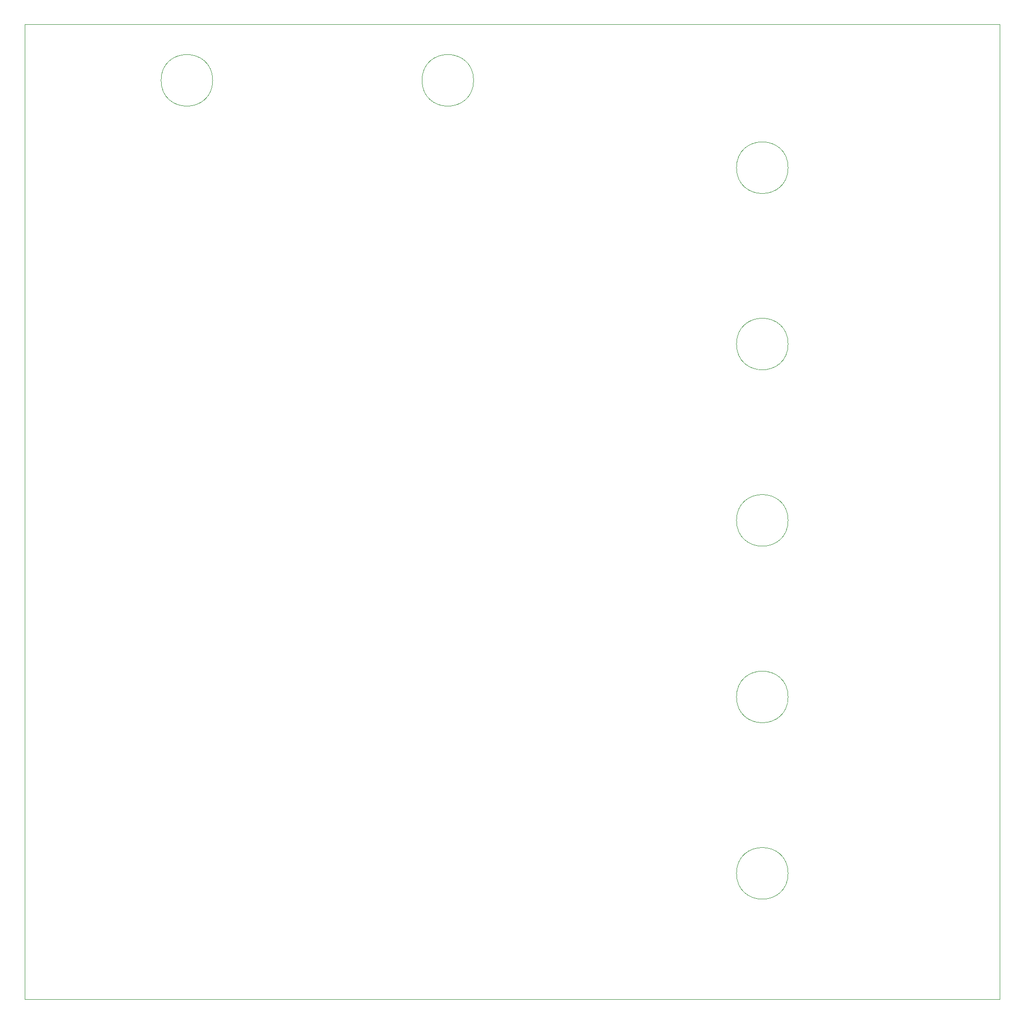
<source format=gm1>
G04 #@! TF.GenerationSoftware,KiCad,Pcbnew,7.0.7*
G04 #@! TF.CreationDate,2023-12-01T16:50:22+01:00*
G04 #@! TF.ProjectId,AudioController,41756469-6f43-46f6-9e74-726f6c6c6572,rev?*
G04 #@! TF.SameCoordinates,Original*
G04 #@! TF.FileFunction,Profile,NP*
%FSLAX46Y46*%
G04 Gerber Fmt 4.6, Leading zero omitted, Abs format (unit mm)*
G04 Created by KiCad (PCBNEW 7.0.7) date 2023-12-01 16:50:22*
%MOMM*%
%LPD*%
G01*
G04 APERTURE LIST*
G04 #@! TA.AperFunction,Profile*
%ADD10C,0.100000*%
G04 #@! TD*
G04 #@! TA.AperFunction,Profile*
%ADD11C,0.050000*%
G04 #@! TD*
G04 APERTURE END LIST*
D10*
X130000000Y-53000000D02*
X300000000Y-53000000D01*
X300000000Y-223000000D01*
X130000000Y-223000000D01*
X130000000Y-53000000D01*
D11*
X208284000Y-62750000D02*
G75*
G03*
X208284000Y-62750000I-4500000J0D01*
G01*
X263125000Y-108733000D02*
G75*
G03*
X263125000Y-108733000I-4500000J0D01*
G01*
X263125000Y-201031000D02*
G75*
G03*
X263125000Y-201031000I-4500000J0D01*
G01*
X263125000Y-170271000D02*
G75*
G03*
X263125000Y-170271000I-4500000J0D01*
G01*
X263125000Y-77983000D02*
G75*
G03*
X263125000Y-77983000I-4500000J0D01*
G01*
X162784000Y-62750000D02*
G75*
G03*
X162784000Y-62750000I-4500000J0D01*
G01*
X263125000Y-139483000D02*
G75*
G03*
X263125000Y-139483000I-4500000J0D01*
G01*
M02*

</source>
